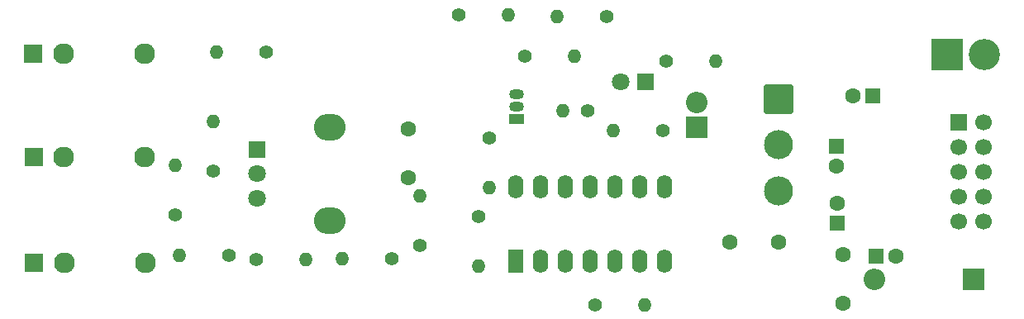
<source format=gbr>
%TF.GenerationSoftware,KiCad,Pcbnew,9.0.1*%
%TF.CreationDate,2025-05-18T20:43:39+02:00*%
%TF.ProjectId,lfo,6c666f2e-6b69-4636-9164-5f7063625858,rev?*%
%TF.SameCoordinates,Original*%
%TF.FileFunction,Soldermask,Top*%
%TF.FilePolarity,Negative*%
%FSLAX46Y46*%
G04 Gerber Fmt 4.6, Leading zero omitted, Abs format (unit mm)*
G04 Created by KiCad (PCBNEW 9.0.1) date 2025-05-18 20:43:39*
%MOMM*%
%LPD*%
G01*
G04 APERTURE LIST*
G04 Aperture macros list*
%AMRoundRect*
0 Rectangle with rounded corners*
0 $1 Rounding radius*
0 $2 $3 $4 $5 $6 $7 $8 $9 X,Y pos of 4 corners*
0 Add a 4 corners polygon primitive as box body*
4,1,4,$2,$3,$4,$5,$6,$7,$8,$9,$2,$3,0*
0 Add four circle primitives for the rounded corners*
1,1,$1+$1,$2,$3*
1,1,$1+$1,$4,$5*
1,1,$1+$1,$6,$7*
1,1,$1+$1,$8,$9*
0 Add four rect primitives between the rounded corners*
20,1,$1+$1,$2,$3,$4,$5,0*
20,1,$1+$1,$4,$5,$6,$7,0*
20,1,$1+$1,$6,$7,$8,$9,0*
20,1,$1+$1,$8,$9,$2,$3,0*%
G04 Aperture macros list end*
%ADD10R,1.830000X1.930000*%
%ADD11C,2.130000*%
%ADD12C,1.400000*%
%ADD13O,1.400000X1.400000*%
%ADD14O,3.240000X2.720000*%
%ADD15R,1.800000X1.800000*%
%ADD16C,1.800000*%
%ADD17C,1.600000*%
%ADD18RoundRect,0.102000X-1.387500X-1.387500X1.387500X-1.387500X1.387500X1.387500X-1.387500X1.387500X0*%
%ADD19C,2.979000*%
%ADD20R,2.200000X2.200000*%
%ADD21O,2.200000X2.200000*%
%ADD22R,1.600000X2.400000*%
%ADD23O,1.600000X2.400000*%
%ADD24R,1.500000X1.050000*%
%ADD25O,1.500000X1.050000*%
%ADD26R,1.600000X1.600000*%
%ADD27R,1.700000X1.700000*%
%ADD28C,1.700000*%
%ADD29R,3.200000X3.200000*%
%ADD30O,3.200000X3.200000*%
G04 APERTURE END LIST*
D10*
%TO.C,J3*%
X60300000Y-38900000D03*
D11*
X71700000Y-38900000D03*
X63400000Y-38900000D03*
%TD*%
D12*
%TO.C,R2*%
X117710000Y-43200000D03*
D13*
X122790000Y-43200000D03*
%TD*%
D12*
%TO.C,R4*%
X96940000Y-38500000D03*
D13*
X91860000Y-38500000D03*
%TD*%
D14*
%TO.C,RV1*%
X90600000Y-25000000D03*
X90600000Y-34600000D03*
D15*
X83100000Y-27300000D03*
D16*
X83100000Y-29800000D03*
X83100000Y-32300000D03*
%TD*%
D12*
%TO.C,R12*%
X106900000Y-26110000D03*
D13*
X106900000Y-31190000D03*
%TD*%
D17*
%TO.C,C8*%
X131550000Y-36800000D03*
X136550000Y-36800000D03*
%TD*%
%TO.C,C4*%
X143150000Y-38100000D03*
X143150000Y-43100000D03*
%TD*%
D12*
%TO.C,R9*%
X84040000Y-17300000D03*
D13*
X78960000Y-17300000D03*
%TD*%
D12*
%TO.C,R11*%
X124650000Y-25350000D03*
D13*
X119570000Y-25350000D03*
%TD*%
D15*
%TO.C,D2*%
X122900000Y-20400000D03*
D16*
X120360000Y-20400000D03*
%TD*%
D12*
%TO.C,R14*%
X118940000Y-13700000D03*
D13*
X113860000Y-13700000D03*
%TD*%
D12*
%TO.C,R16*%
X83045000Y-38575000D03*
D13*
X88125000Y-38575000D03*
%TD*%
D12*
%TO.C,R1*%
X78600000Y-29500000D03*
D13*
X78600000Y-24420000D03*
%TD*%
D12*
%TO.C,R10*%
X124990964Y-18252995D03*
D13*
X130070964Y-18252995D03*
%TD*%
D12*
%TO.C,R7*%
X110575000Y-17725000D03*
D13*
X115655000Y-17725000D03*
%TD*%
D18*
%TO.C,SW1*%
X136550000Y-22150000D03*
D19*
X136550000Y-26850000D03*
X136550000Y-31550000D03*
%TD*%
D10*
%TO.C,J2*%
X60220000Y-28100000D03*
D11*
X71620000Y-28100000D03*
X63320000Y-28100000D03*
%TD*%
D20*
%TO.C,D1*%
X128200000Y-25071766D03*
D21*
X128200000Y-22531766D03*
%TD*%
D22*
%TO.C,U1*%
X109620000Y-38720000D03*
D23*
X112160000Y-38720000D03*
X114700000Y-38720000D03*
X117240000Y-38720000D03*
X119780000Y-38720000D03*
X122320000Y-38720000D03*
X124860000Y-38720000D03*
X124860000Y-31100000D03*
X122320000Y-31100000D03*
X119780000Y-31100000D03*
X117240000Y-31100000D03*
X114700000Y-31100000D03*
X112160000Y-31100000D03*
X109620000Y-31100000D03*
%TD*%
D12*
%TO.C,R5*%
X74750000Y-34040000D03*
D13*
X74750000Y-28960000D03*
%TD*%
D12*
%TO.C,R6*%
X80200000Y-38200000D03*
D13*
X75120000Y-38200000D03*
%TD*%
D17*
%TO.C,C1*%
X98640000Y-30230000D03*
X98640000Y-25230000D03*
%TD*%
D12*
%TO.C,R13*%
X116970000Y-23350000D03*
D13*
X114430000Y-23350000D03*
%TD*%
D12*
%TO.C,R15*%
X105800000Y-34200000D03*
D13*
X105800000Y-39280000D03*
%TD*%
D12*
%TO.C,R8*%
X99800000Y-37180000D03*
D13*
X99800000Y-32100000D03*
%TD*%
D12*
%TO.C,R3*%
X103760000Y-13500000D03*
D13*
X108840000Y-13500000D03*
%TD*%
D10*
%TO.C,J1*%
X60200000Y-17500000D03*
D11*
X71600000Y-17500000D03*
X63300000Y-17500000D03*
%TD*%
D24*
%TO.C,Q1*%
X109700000Y-24200000D03*
D25*
X109700000Y-22930000D03*
X109700000Y-21660000D03*
%TD*%
D26*
%TO.C,C7*%
X146194888Y-21850000D03*
D17*
X144194888Y-21850000D03*
%TD*%
D26*
%TO.C,C3*%
X146550000Y-38250000D03*
D17*
X148550000Y-38250000D03*
%TD*%
D27*
%TO.C,J4*%
X155000000Y-24540000D03*
D28*
X157540000Y-24540000D03*
X155000000Y-27080000D03*
X157540000Y-27080000D03*
X155000000Y-29620000D03*
X157540000Y-29620000D03*
X155000000Y-32160000D03*
X157540000Y-32160000D03*
X155000000Y-34700000D03*
X157540000Y-34700000D03*
%TD*%
D26*
%TO.C,C5*%
X142500000Y-27000000D03*
D17*
X142500000Y-29000000D03*
%TD*%
D26*
%TO.C,C2*%
X142550000Y-34850000D03*
D17*
X142550000Y-32850000D03*
%TD*%
D20*
%TO.C,D4*%
X156560000Y-40600000D03*
D21*
X146400000Y-40600000D03*
%TD*%
D29*
%TO.C,D3*%
X153795000Y-17600000D03*
D30*
X157605000Y-17600000D03*
%TD*%
M02*

</source>
